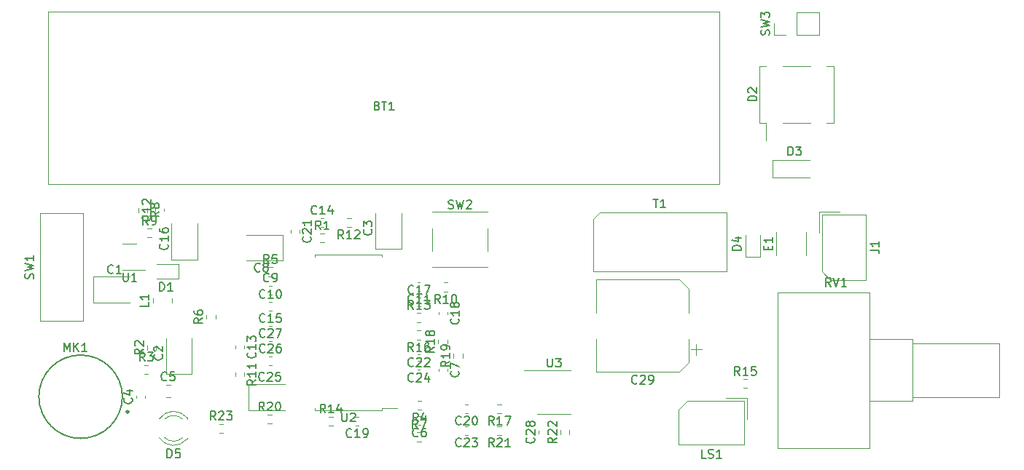
<source format=gbr>
%TF.GenerationSoftware,KiCad,Pcbnew,6.0.2+dfsg-1*%
%TF.CreationDate,2022-02-27T02:02:23+03:00*%
%TF.ProjectId,cave-phone-mc34118,63617665-2d70-4686-9f6e-652d6d633334,rev?*%
%TF.SameCoordinates,Original*%
%TF.FileFunction,Legend,Top*%
%TF.FilePolarity,Positive*%
%FSLAX46Y46*%
G04 Gerber Fmt 4.6, Leading zero omitted, Abs format (unit mm)*
G04 Created by KiCad (PCBNEW 6.0.2+dfsg-1) date 2022-02-27 02:02:23*
%MOMM*%
%LPD*%
G01*
G04 APERTURE LIST*
%ADD10C,0.150000*%
%ADD11C,0.120000*%
%ADD12C,0.300000*%
%ADD13C,0.127000*%
G04 APERTURE END LIST*
D10*
%TO.C,U2*%
X86986845Y-117970630D02*
X86986845Y-118780154D01*
X87034464Y-118875392D01*
X87082083Y-118923011D01*
X87177321Y-118970630D01*
X87367797Y-118970630D01*
X87463035Y-118923011D01*
X87510654Y-118875392D01*
X87558273Y-118780154D01*
X87558273Y-117970630D01*
X87986845Y-118065869D02*
X88034464Y-118018250D01*
X88129702Y-117970630D01*
X88367797Y-117970630D01*
X88463035Y-118018250D01*
X88510654Y-118065869D01*
X88558273Y-118161107D01*
X88558273Y-118256345D01*
X88510654Y-118399202D01*
X87939226Y-118970630D01*
X88558273Y-118970630D01*
%TO.C,U3*%
X110871095Y-111622380D02*
X110871095Y-112431904D01*
X110918714Y-112527142D01*
X110966333Y-112574761D01*
X111061571Y-112622380D01*
X111252047Y-112622380D01*
X111347285Y-112574761D01*
X111394904Y-112527142D01*
X111442523Y-112431904D01*
X111442523Y-111622380D01*
X111823476Y-111622380D02*
X112442523Y-111622380D01*
X112109190Y-112003333D01*
X112252047Y-112003333D01*
X112347285Y-112050952D01*
X112394904Y-112098571D01*
X112442523Y-112193809D01*
X112442523Y-112431904D01*
X112394904Y-112527142D01*
X112347285Y-112574761D01*
X112252047Y-112622380D01*
X111966333Y-112622380D01*
X111871095Y-112574761D01*
X111823476Y-112527142D01*
%TO.C,C6*%
X95844833Y-120646642D02*
X95797214Y-120694261D01*
X95654357Y-120741880D01*
X95559119Y-120741880D01*
X95416261Y-120694261D01*
X95321023Y-120599023D01*
X95273404Y-120503785D01*
X95225785Y-120313309D01*
X95225785Y-120170452D01*
X95273404Y-119979976D01*
X95321023Y-119884738D01*
X95416261Y-119789500D01*
X95559119Y-119741880D01*
X95654357Y-119741880D01*
X95797214Y-119789500D01*
X95844833Y-119837119D01*
X96701976Y-119741880D02*
X96511500Y-119741880D01*
X96416261Y-119789500D01*
X96368642Y-119837119D01*
X96273404Y-119979976D01*
X96225785Y-120170452D01*
X96225785Y-120551404D01*
X96273404Y-120646642D01*
X96321023Y-120694261D01*
X96416261Y-120741880D01*
X96606738Y-120741880D01*
X96701976Y-120694261D01*
X96749595Y-120646642D01*
X96797214Y-120551404D01*
X96797214Y-120313309D01*
X96749595Y-120218071D01*
X96701976Y-120170452D01*
X96606738Y-120122833D01*
X96416261Y-120122833D01*
X96321023Y-120170452D01*
X96273404Y-120218071D01*
X96225785Y-120313309D01*
%TO.C,R17*%
X104640142Y-119357380D02*
X104306809Y-118881190D01*
X104068714Y-119357380D02*
X104068714Y-118357380D01*
X104449666Y-118357380D01*
X104544904Y-118405000D01*
X104592523Y-118452619D01*
X104640142Y-118547857D01*
X104640142Y-118690714D01*
X104592523Y-118785952D01*
X104544904Y-118833571D01*
X104449666Y-118881190D01*
X104068714Y-118881190D01*
X105592523Y-119357380D02*
X105021095Y-119357380D01*
X105306809Y-119357380D02*
X105306809Y-118357380D01*
X105211571Y-118500238D01*
X105116333Y-118595476D01*
X105021095Y-118643095D01*
X105925857Y-118357380D02*
X106592523Y-118357380D01*
X106163952Y-119357380D01*
%TO.C,SW2*%
X99377666Y-94144761D02*
X99520523Y-94192380D01*
X99758619Y-94192380D01*
X99853857Y-94144761D01*
X99901476Y-94097142D01*
X99949095Y-94001904D01*
X99949095Y-93906666D01*
X99901476Y-93811428D01*
X99853857Y-93763809D01*
X99758619Y-93716190D01*
X99568142Y-93668571D01*
X99472904Y-93620952D01*
X99425285Y-93573333D01*
X99377666Y-93478095D01*
X99377666Y-93382857D01*
X99425285Y-93287619D01*
X99472904Y-93240000D01*
X99568142Y-93192380D01*
X99806238Y-93192380D01*
X99949095Y-93240000D01*
X100282428Y-93192380D02*
X100520523Y-94192380D01*
X100711000Y-93478095D01*
X100901476Y-94192380D01*
X101139571Y-93192380D01*
X101472904Y-93287619D02*
X101520523Y-93240000D01*
X101615761Y-93192380D01*
X101853857Y-93192380D01*
X101949095Y-93240000D01*
X101996714Y-93287619D01*
X102044333Y-93382857D01*
X102044333Y-93478095D01*
X101996714Y-93620952D01*
X101425285Y-94192380D01*
X102044333Y-94192380D01*
%TO.C,R21*%
X104640142Y-121897380D02*
X104306809Y-121421190D01*
X104068714Y-121897380D02*
X104068714Y-120897380D01*
X104449666Y-120897380D01*
X104544904Y-120945000D01*
X104592523Y-120992619D01*
X104640142Y-121087857D01*
X104640142Y-121230714D01*
X104592523Y-121325952D01*
X104544904Y-121373571D01*
X104449666Y-121421190D01*
X104068714Y-121421190D01*
X105021095Y-120992619D02*
X105068714Y-120945000D01*
X105163952Y-120897380D01*
X105402047Y-120897380D01*
X105497285Y-120945000D01*
X105544904Y-120992619D01*
X105592523Y-121087857D01*
X105592523Y-121183095D01*
X105544904Y-121325952D01*
X104973476Y-121897380D01*
X105592523Y-121897380D01*
X106544904Y-121897380D02*
X105973476Y-121897380D01*
X106259190Y-121897380D02*
X106259190Y-120897380D01*
X106163952Y-121040238D01*
X106068714Y-121135476D01*
X105973476Y-121183095D01*
%TO.C,C7*%
X100509392Y-113126416D02*
X100557011Y-113174035D01*
X100604630Y-113316892D01*
X100604630Y-113412130D01*
X100557011Y-113554988D01*
X100461773Y-113650226D01*
X100366535Y-113697845D01*
X100176059Y-113745464D01*
X100033202Y-113745464D01*
X99842726Y-113697845D01*
X99747488Y-113650226D01*
X99652250Y-113554988D01*
X99604630Y-113412130D01*
X99604630Y-113316892D01*
X99652250Y-113174035D01*
X99699869Y-113126416D01*
X99604630Y-112793083D02*
X99604630Y-112126416D01*
X100604630Y-112554988D01*
%TO.C,R14*%
X85075892Y-117951130D02*
X84742559Y-117474940D01*
X84504464Y-117951130D02*
X84504464Y-116951130D01*
X84885416Y-116951130D01*
X84980654Y-116998750D01*
X85028273Y-117046369D01*
X85075892Y-117141607D01*
X85075892Y-117284464D01*
X85028273Y-117379702D01*
X84980654Y-117427321D01*
X84885416Y-117474940D01*
X84504464Y-117474940D01*
X86028273Y-117951130D02*
X85456845Y-117951130D01*
X85742559Y-117951130D02*
X85742559Y-116951130D01*
X85647321Y-117093988D01*
X85552083Y-117189226D01*
X85456845Y-117236845D01*
X86885416Y-117284464D02*
X86885416Y-117951130D01*
X86647321Y-116903511D02*
X86409226Y-117617797D01*
X87028273Y-117617797D01*
%TO.C,C15*%
X78039892Y-107314892D02*
X77992273Y-107362511D01*
X77849416Y-107410130D01*
X77754178Y-107410130D01*
X77611321Y-107362511D01*
X77516083Y-107267273D01*
X77468464Y-107172035D01*
X77420845Y-106981559D01*
X77420845Y-106838702D01*
X77468464Y-106648226D01*
X77516083Y-106552988D01*
X77611321Y-106457750D01*
X77754178Y-106410130D01*
X77849416Y-106410130D01*
X77992273Y-106457750D01*
X78039892Y-106505369D01*
X78992273Y-107410130D02*
X78420845Y-107410130D01*
X78706559Y-107410130D02*
X78706559Y-106410130D01*
X78611321Y-106552988D01*
X78516083Y-106648226D01*
X78420845Y-106695845D01*
X79897035Y-106410130D02*
X79420845Y-106410130D01*
X79373226Y-106886321D01*
X79420845Y-106838702D01*
X79516083Y-106791083D01*
X79754178Y-106791083D01*
X79849416Y-106838702D01*
X79897035Y-106886321D01*
X79944654Y-106981559D01*
X79944654Y-107219654D01*
X79897035Y-107314892D01*
X79849416Y-107362511D01*
X79754178Y-107410130D01*
X79516083Y-107410130D01*
X79420845Y-107362511D01*
X79373226Y-107314892D01*
%TO.C,C3*%
X90392392Y-96616416D02*
X90440011Y-96664035D01*
X90487630Y-96806892D01*
X90487630Y-96902130D01*
X90440011Y-97044988D01*
X90344773Y-97140226D01*
X90249535Y-97187845D01*
X90059059Y-97235464D01*
X89916202Y-97235464D01*
X89725726Y-97187845D01*
X89630488Y-97140226D01*
X89535250Y-97044988D01*
X89487630Y-96902130D01*
X89487630Y-96806892D01*
X89535250Y-96664035D01*
X89582869Y-96616416D01*
X89487630Y-96283083D02*
X89487630Y-95664035D01*
X89868583Y-95997369D01*
X89868583Y-95854511D01*
X89916202Y-95759273D01*
X89963821Y-95711654D01*
X90059059Y-95664035D01*
X90297154Y-95664035D01*
X90392392Y-95711654D01*
X90440011Y-95759273D01*
X90487630Y-95854511D01*
X90487630Y-96140226D01*
X90440011Y-96235464D01*
X90392392Y-96283083D01*
%TO.C,R12*%
X87170392Y-97697130D02*
X86837059Y-97220940D01*
X86598964Y-97697130D02*
X86598964Y-96697130D01*
X86979916Y-96697130D01*
X87075154Y-96744750D01*
X87122773Y-96792369D01*
X87170392Y-96887607D01*
X87170392Y-97030464D01*
X87122773Y-97125702D01*
X87075154Y-97173321D01*
X86979916Y-97220940D01*
X86598964Y-97220940D01*
X88122773Y-97697130D02*
X87551345Y-97697130D01*
X87837059Y-97697130D02*
X87837059Y-96697130D01*
X87741821Y-96839988D01*
X87646583Y-96935226D01*
X87551345Y-96982845D01*
X88503726Y-96792369D02*
X88551345Y-96744750D01*
X88646583Y-96697130D01*
X88884678Y-96697130D01*
X88979916Y-96744750D01*
X89027535Y-96792369D01*
X89075154Y-96887607D01*
X89075154Y-96982845D01*
X89027535Y-97125702D01*
X88456107Y-97697130D01*
X89075154Y-97697130D01*
%TO.C,C24*%
X95285392Y-114238892D02*
X95237773Y-114286511D01*
X95094916Y-114334130D01*
X94999678Y-114334130D01*
X94856821Y-114286511D01*
X94761583Y-114191273D01*
X94713964Y-114096035D01*
X94666345Y-113905559D01*
X94666345Y-113762702D01*
X94713964Y-113572226D01*
X94761583Y-113476988D01*
X94856821Y-113381750D01*
X94999678Y-113334130D01*
X95094916Y-113334130D01*
X95237773Y-113381750D01*
X95285392Y-113429369D01*
X95666345Y-113429369D02*
X95713964Y-113381750D01*
X95809202Y-113334130D01*
X96047297Y-113334130D01*
X96142535Y-113381750D01*
X96190154Y-113429369D01*
X96237773Y-113524607D01*
X96237773Y-113619845D01*
X96190154Y-113762702D01*
X95618726Y-114334130D01*
X96237773Y-114334130D01*
X97094916Y-113667464D02*
X97094916Y-114334130D01*
X96856821Y-113286511D02*
X96618726Y-114000797D01*
X97237773Y-114000797D01*
%TO.C,C20*%
X100830142Y-119262142D02*
X100782523Y-119309761D01*
X100639666Y-119357380D01*
X100544428Y-119357380D01*
X100401571Y-119309761D01*
X100306333Y-119214523D01*
X100258714Y-119119285D01*
X100211095Y-118928809D01*
X100211095Y-118785952D01*
X100258714Y-118595476D01*
X100306333Y-118500238D01*
X100401571Y-118405000D01*
X100544428Y-118357380D01*
X100639666Y-118357380D01*
X100782523Y-118405000D01*
X100830142Y-118452619D01*
X101211095Y-118452619D02*
X101258714Y-118405000D01*
X101353952Y-118357380D01*
X101592047Y-118357380D01*
X101687285Y-118405000D01*
X101734904Y-118452619D01*
X101782523Y-118547857D01*
X101782523Y-118643095D01*
X101734904Y-118785952D01*
X101163476Y-119357380D01*
X101782523Y-119357380D01*
X102401571Y-118357380D02*
X102496809Y-118357380D01*
X102592047Y-118405000D01*
X102639666Y-118452619D01*
X102687285Y-118547857D01*
X102734904Y-118738333D01*
X102734904Y-118976428D01*
X102687285Y-119166904D01*
X102639666Y-119262142D01*
X102592047Y-119309761D01*
X102496809Y-119357380D01*
X102401571Y-119357380D01*
X102306333Y-119309761D01*
X102258714Y-119262142D01*
X102211095Y-119166904D01*
X102163476Y-118976428D01*
X102163476Y-118738333D01*
X102211095Y-118547857D01*
X102258714Y-118452619D01*
X102306333Y-118405000D01*
X102401571Y-118357380D01*
%TO.C,C10*%
X78039892Y-104520892D02*
X77992273Y-104568511D01*
X77849416Y-104616130D01*
X77754178Y-104616130D01*
X77611321Y-104568511D01*
X77516083Y-104473273D01*
X77468464Y-104378035D01*
X77420845Y-104187559D01*
X77420845Y-104044702D01*
X77468464Y-103854226D01*
X77516083Y-103758988D01*
X77611321Y-103663750D01*
X77754178Y-103616130D01*
X77849416Y-103616130D01*
X77992273Y-103663750D01*
X78039892Y-103711369D01*
X78992273Y-104616130D02*
X78420845Y-104616130D01*
X78706559Y-104616130D02*
X78706559Y-103616130D01*
X78611321Y-103758988D01*
X78516083Y-103854226D01*
X78420845Y-103901845D01*
X79611321Y-103616130D02*
X79706559Y-103616130D01*
X79801797Y-103663750D01*
X79849416Y-103711369D01*
X79897035Y-103806607D01*
X79944654Y-103997083D01*
X79944654Y-104235178D01*
X79897035Y-104425654D01*
X79849416Y-104520892D01*
X79801797Y-104568511D01*
X79706559Y-104616130D01*
X79611321Y-104616130D01*
X79516083Y-104568511D01*
X79468464Y-104520892D01*
X79420845Y-104425654D01*
X79373226Y-104235178D01*
X79373226Y-103997083D01*
X79420845Y-103806607D01*
X79468464Y-103711369D01*
X79516083Y-103663750D01*
X79611321Y-103616130D01*
%TO.C,D3*%
X138834904Y-87987380D02*
X138834904Y-86987380D01*
X139073000Y-86987380D01*
X139215857Y-87035000D01*
X139311095Y-87130238D01*
X139358714Y-87225476D01*
X139406333Y-87415952D01*
X139406333Y-87558809D01*
X139358714Y-87749285D01*
X139311095Y-87844523D01*
X139215857Y-87939761D01*
X139073000Y-87987380D01*
X138834904Y-87987380D01*
X139739666Y-86987380D02*
X140358714Y-86987380D01*
X140025380Y-87368333D01*
X140168238Y-87368333D01*
X140263476Y-87415952D01*
X140311095Y-87463571D01*
X140358714Y-87558809D01*
X140358714Y-87796904D01*
X140311095Y-87892142D01*
X140263476Y-87939761D01*
X140168238Y-87987380D01*
X139882523Y-87987380D01*
X139787285Y-87939761D01*
X139739666Y-87892142D01*
%TO.C,C9*%
X78516083Y-102615892D02*
X78468464Y-102663511D01*
X78325607Y-102711130D01*
X78230369Y-102711130D01*
X78087511Y-102663511D01*
X77992273Y-102568273D01*
X77944654Y-102473035D01*
X77897035Y-102282559D01*
X77897035Y-102139702D01*
X77944654Y-101949226D01*
X77992273Y-101853988D01*
X78087511Y-101758750D01*
X78230369Y-101711130D01*
X78325607Y-101711130D01*
X78468464Y-101758750D01*
X78516083Y-101806369D01*
X78992273Y-102711130D02*
X79182750Y-102711130D01*
X79277988Y-102663511D01*
X79325607Y-102615892D01*
X79420845Y-102473035D01*
X79468464Y-102282559D01*
X79468464Y-101901607D01*
X79420845Y-101806369D01*
X79373226Y-101758750D01*
X79277988Y-101711130D01*
X79087511Y-101711130D01*
X78992273Y-101758750D01*
X78944654Y-101806369D01*
X78897035Y-101901607D01*
X78897035Y-102139702D01*
X78944654Y-102234940D01*
X78992273Y-102282559D01*
X79087511Y-102330178D01*
X79277988Y-102330178D01*
X79373226Y-102282559D01*
X79420845Y-102234940D01*
X79468464Y-102139702D01*
%TO.C,D2*%
X135179380Y-81637095D02*
X134179380Y-81637095D01*
X134179380Y-81399000D01*
X134227000Y-81256142D01*
X134322238Y-81160904D01*
X134417476Y-81113285D01*
X134607952Y-81065666D01*
X134750809Y-81065666D01*
X134941285Y-81113285D01*
X135036523Y-81160904D01*
X135131761Y-81256142D01*
X135179380Y-81399000D01*
X135179380Y-81637095D01*
X134274619Y-80684714D02*
X134227000Y-80637095D01*
X134179380Y-80541857D01*
X134179380Y-80303761D01*
X134227000Y-80208523D01*
X134274619Y-80160904D01*
X134369857Y-80113285D01*
X134465095Y-80113285D01*
X134607952Y-80160904D01*
X135179380Y-80732333D01*
X135179380Y-80113285D01*
%TO.C,R2*%
X63919380Y-110529666D02*
X63443190Y-110863000D01*
X63919380Y-111101095D02*
X62919380Y-111101095D01*
X62919380Y-110720142D01*
X62967000Y-110624904D01*
X63014619Y-110577285D01*
X63109857Y-110529666D01*
X63252714Y-110529666D01*
X63347952Y-110577285D01*
X63395571Y-110624904D01*
X63443190Y-110720142D01*
X63443190Y-111101095D01*
X63014619Y-110148714D02*
X62967000Y-110101095D01*
X62919380Y-110005857D01*
X62919380Y-109767761D01*
X62967000Y-109672523D01*
X63014619Y-109624904D01*
X63109857Y-109577285D01*
X63205095Y-109577285D01*
X63347952Y-109624904D01*
X63919380Y-110196333D01*
X63919380Y-109577285D01*
%TO.C,R10*%
X98409392Y-105190130D02*
X98076059Y-104713940D01*
X97837964Y-105190130D02*
X97837964Y-104190130D01*
X98218916Y-104190130D01*
X98314154Y-104237750D01*
X98361773Y-104285369D01*
X98409392Y-104380607D01*
X98409392Y-104523464D01*
X98361773Y-104618702D01*
X98314154Y-104666321D01*
X98218916Y-104713940D01*
X97837964Y-104713940D01*
X99361773Y-105190130D02*
X98790345Y-105190130D01*
X99076059Y-105190130D02*
X99076059Y-104190130D01*
X98980821Y-104332988D01*
X98885583Y-104428226D01*
X98790345Y-104475845D01*
X99980821Y-104190130D02*
X100076059Y-104190130D01*
X100171297Y-104237750D01*
X100218916Y-104285369D01*
X100266535Y-104380607D01*
X100314154Y-104571083D01*
X100314154Y-104809178D01*
X100266535Y-104999654D01*
X100218916Y-105094892D01*
X100171297Y-105142511D01*
X100076059Y-105190130D01*
X99980821Y-105190130D01*
X99885583Y-105142511D01*
X99837964Y-105094892D01*
X99790345Y-104999654D01*
X99742726Y-104809178D01*
X99742726Y-104571083D01*
X99790345Y-104380607D01*
X99837964Y-104285369D01*
X99885583Y-104237750D01*
X99980821Y-104190130D01*
%TO.C,R13*%
X95285392Y-105886130D02*
X94952059Y-105409940D01*
X94713964Y-105886130D02*
X94713964Y-104886130D01*
X95094916Y-104886130D01*
X95190154Y-104933750D01*
X95237773Y-104981369D01*
X95285392Y-105076607D01*
X95285392Y-105219464D01*
X95237773Y-105314702D01*
X95190154Y-105362321D01*
X95094916Y-105409940D01*
X94713964Y-105409940D01*
X96237773Y-105886130D02*
X95666345Y-105886130D01*
X95952059Y-105886130D02*
X95952059Y-104886130D01*
X95856821Y-105028988D01*
X95761583Y-105124226D01*
X95666345Y-105171845D01*
X96571107Y-104886130D02*
X97190154Y-104886130D01*
X96856821Y-105267083D01*
X96999678Y-105267083D01*
X97094916Y-105314702D01*
X97142535Y-105362321D01*
X97190154Y-105457559D01*
X97190154Y-105695654D01*
X97142535Y-105790892D01*
X97094916Y-105838511D01*
X96999678Y-105886130D01*
X96713964Y-105886130D01*
X96618726Y-105838511D01*
X96571107Y-105790892D01*
%TO.C,C27*%
X78039892Y-109061542D02*
X77992273Y-109109161D01*
X77849416Y-109156780D01*
X77754178Y-109156780D01*
X77611321Y-109109161D01*
X77516083Y-109013923D01*
X77468464Y-108918685D01*
X77420845Y-108728209D01*
X77420845Y-108585352D01*
X77468464Y-108394876D01*
X77516083Y-108299638D01*
X77611321Y-108204400D01*
X77754178Y-108156780D01*
X77849416Y-108156780D01*
X77992273Y-108204400D01*
X78039892Y-108252019D01*
X78420845Y-108252019D02*
X78468464Y-108204400D01*
X78563702Y-108156780D01*
X78801797Y-108156780D01*
X78897035Y-108204400D01*
X78944654Y-108252019D01*
X78992273Y-108347257D01*
X78992273Y-108442495D01*
X78944654Y-108585352D01*
X78373226Y-109156780D01*
X78992273Y-109156780D01*
X79325607Y-108156780D02*
X79992273Y-108156780D01*
X79563702Y-109156780D01*
%TO.C,C28*%
X109290142Y-120848857D02*
X109337761Y-120896476D01*
X109385380Y-121039333D01*
X109385380Y-121134571D01*
X109337761Y-121277428D01*
X109242523Y-121372666D01*
X109147285Y-121420285D01*
X108956809Y-121467904D01*
X108813952Y-121467904D01*
X108623476Y-121420285D01*
X108528238Y-121372666D01*
X108433000Y-121277428D01*
X108385380Y-121134571D01*
X108385380Y-121039333D01*
X108433000Y-120896476D01*
X108480619Y-120848857D01*
X108480619Y-120467904D02*
X108433000Y-120420285D01*
X108385380Y-120325047D01*
X108385380Y-120086952D01*
X108433000Y-119991714D01*
X108480619Y-119944095D01*
X108575857Y-119896476D01*
X108671095Y-119896476D01*
X108813952Y-119944095D01*
X109385380Y-120515523D01*
X109385380Y-119896476D01*
X108813952Y-119325047D02*
X108766333Y-119420285D01*
X108718714Y-119467904D01*
X108623476Y-119515523D01*
X108575857Y-119515523D01*
X108480619Y-119467904D01*
X108433000Y-119420285D01*
X108385380Y-119325047D01*
X108385380Y-119134571D01*
X108433000Y-119039333D01*
X108480619Y-118991714D01*
X108575857Y-118944095D01*
X108623476Y-118944095D01*
X108718714Y-118991714D01*
X108766333Y-119039333D01*
X108813952Y-119134571D01*
X108813952Y-119325047D01*
X108861571Y-119420285D01*
X108909190Y-119467904D01*
X109004428Y-119515523D01*
X109194904Y-119515523D01*
X109290142Y-119467904D01*
X109337761Y-119420285D01*
X109385380Y-119325047D01*
X109385380Y-119134571D01*
X109337761Y-119039333D01*
X109290142Y-118991714D01*
X109194904Y-118944095D01*
X109004428Y-118944095D01*
X108909190Y-118991714D01*
X108861571Y-119039333D01*
X108813952Y-119134571D01*
%TO.C,R4*%
X95844833Y-118963880D02*
X95511500Y-118487690D01*
X95273404Y-118963880D02*
X95273404Y-117963880D01*
X95654357Y-117963880D01*
X95749595Y-118011500D01*
X95797214Y-118059119D01*
X95844833Y-118154357D01*
X95844833Y-118297214D01*
X95797214Y-118392452D01*
X95749595Y-118440071D01*
X95654357Y-118487690D01*
X95273404Y-118487690D01*
X96701976Y-118297214D02*
X96701976Y-118963880D01*
X96463880Y-117916261D02*
X96225785Y-118630547D01*
X96844833Y-118630547D01*
%TO.C,C19*%
X88123892Y-120715892D02*
X88076273Y-120763511D01*
X87933416Y-120811130D01*
X87838178Y-120811130D01*
X87695321Y-120763511D01*
X87600083Y-120668273D01*
X87552464Y-120573035D01*
X87504845Y-120382559D01*
X87504845Y-120239702D01*
X87552464Y-120049226D01*
X87600083Y-119953988D01*
X87695321Y-119858750D01*
X87838178Y-119811130D01*
X87933416Y-119811130D01*
X88076273Y-119858750D01*
X88123892Y-119906369D01*
X89076273Y-120811130D02*
X88504845Y-120811130D01*
X88790559Y-120811130D02*
X88790559Y-119811130D01*
X88695321Y-119953988D01*
X88600083Y-120049226D01*
X88504845Y-120096845D01*
X89552464Y-120811130D02*
X89742940Y-120811130D01*
X89838178Y-120763511D01*
X89885797Y-120715892D01*
X89981035Y-120573035D01*
X90028654Y-120382559D01*
X90028654Y-120001607D01*
X89981035Y-119906369D01*
X89933416Y-119858750D01*
X89838178Y-119811130D01*
X89647702Y-119811130D01*
X89552464Y-119858750D01*
X89504845Y-119906369D01*
X89457226Y-120001607D01*
X89457226Y-120239702D01*
X89504845Y-120334940D01*
X89552464Y-120382559D01*
X89647702Y-120430178D01*
X89838178Y-120430178D01*
X89933416Y-120382559D01*
X89981035Y-120334940D01*
X90028654Y-120239702D01*
%TO.C,J1*%
X148405380Y-99012333D02*
X149119666Y-99012333D01*
X149262523Y-99059952D01*
X149357761Y-99155190D01*
X149405380Y-99298047D01*
X149405380Y-99393285D01*
X149405380Y-98012333D02*
X149405380Y-98583761D01*
X149405380Y-98298047D02*
X148405380Y-98298047D01*
X148548238Y-98393285D01*
X148643476Y-98488523D01*
X148691095Y-98583761D01*
%TO.C,R7*%
X95782333Y-119786880D02*
X95449000Y-119310690D01*
X95210904Y-119786880D02*
X95210904Y-118786880D01*
X95591857Y-118786880D01*
X95687095Y-118834500D01*
X95734714Y-118882119D01*
X95782333Y-118977357D01*
X95782333Y-119120214D01*
X95734714Y-119215452D01*
X95687095Y-119263071D01*
X95591857Y-119310690D01*
X95210904Y-119310690D01*
X96115666Y-118786880D02*
X96782333Y-118786880D01*
X96353761Y-119786880D01*
%TO.C,C23*%
X100830142Y-121802142D02*
X100782523Y-121849761D01*
X100639666Y-121897380D01*
X100544428Y-121897380D01*
X100401571Y-121849761D01*
X100306333Y-121754523D01*
X100258714Y-121659285D01*
X100211095Y-121468809D01*
X100211095Y-121325952D01*
X100258714Y-121135476D01*
X100306333Y-121040238D01*
X100401571Y-120945000D01*
X100544428Y-120897380D01*
X100639666Y-120897380D01*
X100782523Y-120945000D01*
X100830142Y-120992619D01*
X101211095Y-120992619D02*
X101258714Y-120945000D01*
X101353952Y-120897380D01*
X101592047Y-120897380D01*
X101687285Y-120945000D01*
X101734904Y-120992619D01*
X101782523Y-121087857D01*
X101782523Y-121183095D01*
X101734904Y-121325952D01*
X101163476Y-121897380D01*
X101782523Y-121897380D01*
X102115857Y-120897380D02*
X102734904Y-120897380D01*
X102401571Y-121278333D01*
X102544428Y-121278333D01*
X102639666Y-121325952D01*
X102687285Y-121373571D01*
X102734904Y-121468809D01*
X102734904Y-121706904D01*
X102687285Y-121802142D01*
X102639666Y-121849761D01*
X102544428Y-121897380D01*
X102258714Y-121897380D01*
X102163476Y-121849761D01*
X102115857Y-121802142D01*
%TO.C,C21*%
X83321142Y-97467657D02*
X83368761Y-97515276D01*
X83416380Y-97658133D01*
X83416380Y-97753371D01*
X83368761Y-97896228D01*
X83273523Y-97991466D01*
X83178285Y-98039085D01*
X82987809Y-98086704D01*
X82844952Y-98086704D01*
X82654476Y-98039085D01*
X82559238Y-97991466D01*
X82464000Y-97896228D01*
X82416380Y-97753371D01*
X82416380Y-97658133D01*
X82464000Y-97515276D01*
X82511619Y-97467657D01*
X82511619Y-97086704D02*
X82464000Y-97039085D01*
X82416380Y-96943847D01*
X82416380Y-96705752D01*
X82464000Y-96610514D01*
X82511619Y-96562895D01*
X82606857Y-96515276D01*
X82702095Y-96515276D01*
X82844952Y-96562895D01*
X83416380Y-97134323D01*
X83416380Y-96515276D01*
X83416380Y-95562895D02*
X83416380Y-96134323D01*
X83416380Y-95848609D02*
X82416380Y-95848609D01*
X82559238Y-95943847D01*
X82654476Y-96039085D01*
X82702095Y-96134323D01*
%TO.C,R20*%
X77963892Y-117697130D02*
X77630559Y-117220940D01*
X77392464Y-117697130D02*
X77392464Y-116697130D01*
X77773416Y-116697130D01*
X77868654Y-116744750D01*
X77916273Y-116792369D01*
X77963892Y-116887607D01*
X77963892Y-117030464D01*
X77916273Y-117125702D01*
X77868654Y-117173321D01*
X77773416Y-117220940D01*
X77392464Y-117220940D01*
X78344845Y-116792369D02*
X78392464Y-116744750D01*
X78487702Y-116697130D01*
X78725797Y-116697130D01*
X78821035Y-116744750D01*
X78868654Y-116792369D01*
X78916273Y-116887607D01*
X78916273Y-116982845D01*
X78868654Y-117125702D01*
X78297226Y-117697130D01*
X78916273Y-117697130D01*
X79535321Y-116697130D02*
X79630559Y-116697130D01*
X79725797Y-116744750D01*
X79773416Y-116792369D01*
X79821035Y-116887607D01*
X79868654Y-117078083D01*
X79868654Y-117316178D01*
X79821035Y-117506654D01*
X79773416Y-117601892D01*
X79725797Y-117649511D01*
X79630559Y-117697130D01*
X79535321Y-117697130D01*
X79440083Y-117649511D01*
X79392464Y-117601892D01*
X79344845Y-117506654D01*
X79297226Y-117316178D01*
X79297226Y-117078083D01*
X79344845Y-116887607D01*
X79392464Y-116792369D01*
X79440083Y-116744750D01*
X79535321Y-116697130D01*
%TO.C,SW3*%
X136631761Y-73977333D02*
X136679380Y-73834476D01*
X136679380Y-73596380D01*
X136631761Y-73501142D01*
X136584142Y-73453523D01*
X136488904Y-73405904D01*
X136393666Y-73405904D01*
X136298428Y-73453523D01*
X136250809Y-73501142D01*
X136203190Y-73596380D01*
X136155571Y-73786857D01*
X136107952Y-73882095D01*
X136060333Y-73929714D01*
X135965095Y-73977333D01*
X135869857Y-73977333D01*
X135774619Y-73929714D01*
X135727000Y-73882095D01*
X135679380Y-73786857D01*
X135679380Y-73548761D01*
X135727000Y-73405904D01*
X135679380Y-73072571D02*
X136679380Y-72834476D01*
X135965095Y-72644000D01*
X136679380Y-72453523D01*
X135679380Y-72215428D01*
X135679380Y-71929714D02*
X135679380Y-71310666D01*
X136060333Y-71644000D01*
X136060333Y-71501142D01*
X136107952Y-71405904D01*
X136155571Y-71358285D01*
X136250809Y-71310666D01*
X136488904Y-71310666D01*
X136584142Y-71358285D01*
X136631761Y-71405904D01*
X136679380Y-71501142D01*
X136679380Y-71786857D01*
X136631761Y-71882095D01*
X136584142Y-71929714D01*
%TO.C,C29*%
X121277142Y-114480142D02*
X121229523Y-114527761D01*
X121086666Y-114575380D01*
X120991428Y-114575380D01*
X120848571Y-114527761D01*
X120753333Y-114432523D01*
X120705714Y-114337285D01*
X120658095Y-114146809D01*
X120658095Y-114003952D01*
X120705714Y-113813476D01*
X120753333Y-113718238D01*
X120848571Y-113623000D01*
X120991428Y-113575380D01*
X121086666Y-113575380D01*
X121229523Y-113623000D01*
X121277142Y-113670619D01*
X121658095Y-113670619D02*
X121705714Y-113623000D01*
X121800952Y-113575380D01*
X122039047Y-113575380D01*
X122134285Y-113623000D01*
X122181904Y-113670619D01*
X122229523Y-113765857D01*
X122229523Y-113861095D01*
X122181904Y-114003952D01*
X121610476Y-114575380D01*
X122229523Y-114575380D01*
X122705714Y-114575380D02*
X122896190Y-114575380D01*
X122991428Y-114527761D01*
X123039047Y-114480142D01*
X123134285Y-114337285D01*
X123181904Y-114146809D01*
X123181904Y-113765857D01*
X123134285Y-113670619D01*
X123086666Y-113623000D01*
X122991428Y-113575380D01*
X122800952Y-113575380D01*
X122705714Y-113623000D01*
X122658095Y-113670619D01*
X122610476Y-113765857D01*
X122610476Y-114003952D01*
X122658095Y-114099190D01*
X122705714Y-114146809D01*
X122800952Y-114194428D01*
X122991428Y-114194428D01*
X123086666Y-114146809D01*
X123134285Y-114099190D01*
X123181904Y-114003952D01*
%TO.C,R18*%
X97744630Y-110300607D02*
X97268440Y-110633940D01*
X97744630Y-110872035D02*
X96744630Y-110872035D01*
X96744630Y-110491083D01*
X96792250Y-110395845D01*
X96839869Y-110348226D01*
X96935107Y-110300607D01*
X97077964Y-110300607D01*
X97173202Y-110348226D01*
X97220821Y-110395845D01*
X97268440Y-110491083D01*
X97268440Y-110872035D01*
X97744630Y-109348226D02*
X97744630Y-109919654D01*
X97744630Y-109633940D02*
X96744630Y-109633940D01*
X96887488Y-109729178D01*
X96982726Y-109824416D01*
X97030345Y-109919654D01*
X97173202Y-108776797D02*
X97125583Y-108872035D01*
X97077964Y-108919654D01*
X96982726Y-108967273D01*
X96935107Y-108967273D01*
X96839869Y-108919654D01*
X96792250Y-108872035D01*
X96744630Y-108776797D01*
X96744630Y-108586321D01*
X96792250Y-108491083D01*
X96839869Y-108443464D01*
X96935107Y-108395845D01*
X96982726Y-108395845D01*
X97077964Y-108443464D01*
X97125583Y-108491083D01*
X97173202Y-108586321D01*
X97173202Y-108776797D01*
X97220821Y-108872035D01*
X97268440Y-108919654D01*
X97363678Y-108967273D01*
X97554154Y-108967273D01*
X97649392Y-108919654D01*
X97697011Y-108872035D01*
X97744630Y-108776797D01*
X97744630Y-108586321D01*
X97697011Y-108491083D01*
X97649392Y-108443464D01*
X97554154Y-108395845D01*
X97363678Y-108395845D01*
X97268440Y-108443464D01*
X97220821Y-108491083D01*
X97173202Y-108586321D01*
%TO.C,C17*%
X95311392Y-104012892D02*
X95263773Y-104060511D01*
X95120916Y-104108130D01*
X95025678Y-104108130D01*
X94882821Y-104060511D01*
X94787583Y-103965273D01*
X94739964Y-103870035D01*
X94692345Y-103679559D01*
X94692345Y-103536702D01*
X94739964Y-103346226D01*
X94787583Y-103250988D01*
X94882821Y-103155750D01*
X95025678Y-103108130D01*
X95120916Y-103108130D01*
X95263773Y-103155750D01*
X95311392Y-103203369D01*
X96263773Y-104108130D02*
X95692345Y-104108130D01*
X95978059Y-104108130D02*
X95978059Y-103108130D01*
X95882821Y-103250988D01*
X95787583Y-103346226D01*
X95692345Y-103393845D01*
X96597107Y-103108130D02*
X97263773Y-103108130D01*
X96835202Y-104108130D01*
%TO.C,C26*%
X78039892Y-110839542D02*
X77992273Y-110887161D01*
X77849416Y-110934780D01*
X77754178Y-110934780D01*
X77611321Y-110887161D01*
X77516083Y-110791923D01*
X77468464Y-110696685D01*
X77420845Y-110506209D01*
X77420845Y-110363352D01*
X77468464Y-110172876D01*
X77516083Y-110077638D01*
X77611321Y-109982400D01*
X77754178Y-109934780D01*
X77849416Y-109934780D01*
X77992273Y-109982400D01*
X78039892Y-110030019D01*
X78420845Y-110030019D02*
X78468464Y-109982400D01*
X78563702Y-109934780D01*
X78801797Y-109934780D01*
X78897035Y-109982400D01*
X78944654Y-110030019D01*
X78992273Y-110125257D01*
X78992273Y-110220495D01*
X78944654Y-110363352D01*
X78373226Y-110934780D01*
X78992273Y-110934780D01*
X79849416Y-109934780D02*
X79658940Y-109934780D01*
X79563702Y-109982400D01*
X79516083Y-110030019D01*
X79420845Y-110172876D01*
X79373226Y-110363352D01*
X79373226Y-110744304D01*
X79420845Y-110839542D01*
X79468464Y-110887161D01*
X79563702Y-110934780D01*
X79754178Y-110934780D01*
X79849416Y-110887161D01*
X79897035Y-110839542D01*
X79944654Y-110744304D01*
X79944654Y-110506209D01*
X79897035Y-110410971D01*
X79849416Y-110363352D01*
X79754178Y-110315733D01*
X79563702Y-110315733D01*
X79468464Y-110363352D01*
X79420845Y-110410971D01*
X79373226Y-110506209D01*
%TO.C,C12*%
X64713142Y-95003857D02*
X64760761Y-95051476D01*
X64808380Y-95194333D01*
X64808380Y-95289571D01*
X64760761Y-95432428D01*
X64665523Y-95527666D01*
X64570285Y-95575285D01*
X64379809Y-95622904D01*
X64236952Y-95622904D01*
X64046476Y-95575285D01*
X63951238Y-95527666D01*
X63856000Y-95432428D01*
X63808380Y-95289571D01*
X63808380Y-95194333D01*
X63856000Y-95051476D01*
X63903619Y-95003857D01*
X64808380Y-94051476D02*
X64808380Y-94622904D01*
X64808380Y-94337190D02*
X63808380Y-94337190D01*
X63951238Y-94432428D01*
X64046476Y-94527666D01*
X64094095Y-94622904D01*
X63903619Y-93670523D02*
X63856000Y-93622904D01*
X63808380Y-93527666D01*
X63808380Y-93289571D01*
X63856000Y-93194333D01*
X63903619Y-93146714D01*
X63998857Y-93099095D01*
X64094095Y-93099095D01*
X64236952Y-93146714D01*
X64808380Y-93718142D01*
X64808380Y-93099095D01*
%TO.C,D4*%
X133355380Y-99014595D02*
X132355380Y-99014595D01*
X132355380Y-98776500D01*
X132403000Y-98633642D01*
X132498238Y-98538404D01*
X132593476Y-98490785D01*
X132783952Y-98443166D01*
X132926809Y-98443166D01*
X133117285Y-98490785D01*
X133212523Y-98538404D01*
X133307761Y-98633642D01*
X133355380Y-98776500D01*
X133355380Y-99014595D01*
X132688714Y-97586023D02*
X133355380Y-97586023D01*
X132307761Y-97824119D02*
X133022047Y-98062214D01*
X133022047Y-97443166D01*
%TO.C,R1*%
X84536083Y-96615130D02*
X84202750Y-96138940D01*
X83964654Y-96615130D02*
X83964654Y-95615130D01*
X84345607Y-95615130D01*
X84440845Y-95662750D01*
X84488464Y-95710369D01*
X84536083Y-95805607D01*
X84536083Y-95948464D01*
X84488464Y-96043702D01*
X84440845Y-96091321D01*
X84345607Y-96138940D01*
X83964654Y-96138940D01*
X85488464Y-96615130D02*
X84917035Y-96615130D01*
X85202750Y-96615130D02*
X85202750Y-95615130D01*
X85107511Y-95757988D01*
X85012273Y-95853226D01*
X84917035Y-95900845D01*
%TO.C,R11*%
X77009130Y-114110607D02*
X76532940Y-114443940D01*
X77009130Y-114682035D02*
X76009130Y-114682035D01*
X76009130Y-114301083D01*
X76056750Y-114205845D01*
X76104369Y-114158226D01*
X76199607Y-114110607D01*
X76342464Y-114110607D01*
X76437702Y-114158226D01*
X76485321Y-114205845D01*
X76532940Y-114301083D01*
X76532940Y-114682035D01*
X77009130Y-113158226D02*
X77009130Y-113729654D01*
X77009130Y-113443940D02*
X76009130Y-113443940D01*
X76151988Y-113539178D01*
X76247226Y-113634416D01*
X76294845Y-113729654D01*
X77009130Y-112205845D02*
X77009130Y-112777273D01*
X77009130Y-112491559D02*
X76009130Y-112491559D01*
X76151988Y-112586797D01*
X76247226Y-112682035D01*
X76294845Y-112777273D01*
%TO.C,C13*%
X76913892Y-110935607D02*
X76961511Y-110983226D01*
X77009130Y-111126083D01*
X77009130Y-111221321D01*
X76961511Y-111364178D01*
X76866273Y-111459416D01*
X76771035Y-111507035D01*
X76580559Y-111554654D01*
X76437702Y-111554654D01*
X76247226Y-111507035D01*
X76151988Y-111459416D01*
X76056750Y-111364178D01*
X76009130Y-111221321D01*
X76009130Y-111126083D01*
X76056750Y-110983226D01*
X76104369Y-110935607D01*
X77009130Y-109983226D02*
X77009130Y-110554654D01*
X77009130Y-110268940D02*
X76009130Y-110268940D01*
X76151988Y-110364178D01*
X76247226Y-110459416D01*
X76294845Y-110554654D01*
X76009130Y-109649892D02*
X76009130Y-109030845D01*
X76390083Y-109364178D01*
X76390083Y-109221321D01*
X76437702Y-109126083D01*
X76485321Y-109078464D01*
X76580559Y-109030845D01*
X76818654Y-109030845D01*
X76913892Y-109078464D01*
X76961511Y-109126083D01*
X77009130Y-109221321D01*
X77009130Y-109507035D01*
X76961511Y-109602273D01*
X76913892Y-109649892D01*
%TO.C,R16*%
X95285392Y-110778130D02*
X94952059Y-110301940D01*
X94713964Y-110778130D02*
X94713964Y-109778130D01*
X95094916Y-109778130D01*
X95190154Y-109825750D01*
X95237773Y-109873369D01*
X95285392Y-109968607D01*
X95285392Y-110111464D01*
X95237773Y-110206702D01*
X95190154Y-110254321D01*
X95094916Y-110301940D01*
X94713964Y-110301940D01*
X96237773Y-110778130D02*
X95666345Y-110778130D01*
X95952059Y-110778130D02*
X95952059Y-109778130D01*
X95856821Y-109920988D01*
X95761583Y-110016226D01*
X95666345Y-110063845D01*
X97094916Y-109778130D02*
X96904440Y-109778130D01*
X96809202Y-109825750D01*
X96761583Y-109873369D01*
X96666345Y-110016226D01*
X96618726Y-110206702D01*
X96618726Y-110587654D01*
X96666345Y-110682892D01*
X96713964Y-110730511D01*
X96809202Y-110778130D01*
X96999678Y-110778130D01*
X97094916Y-110730511D01*
X97142535Y-110682892D01*
X97190154Y-110587654D01*
X97190154Y-110349559D01*
X97142535Y-110254321D01*
X97094916Y-110206702D01*
X96999678Y-110159083D01*
X96809202Y-110159083D01*
X96713964Y-110206702D01*
X96666345Y-110254321D01*
X96618726Y-110349559D01*
%TO.C,U1*%
X61580595Y-101649380D02*
X61580595Y-102458904D01*
X61628214Y-102554142D01*
X61675833Y-102601761D01*
X61771071Y-102649380D01*
X61961547Y-102649380D01*
X62056785Y-102601761D01*
X62104404Y-102554142D01*
X62152023Y-102458904D01*
X62152023Y-101649380D01*
X63152023Y-102649380D02*
X62580595Y-102649380D01*
X62866309Y-102649380D02*
X62866309Y-101649380D01*
X62771071Y-101792238D01*
X62675833Y-101887476D01*
X62580595Y-101935095D01*
%TO.C,RV1*%
X143803761Y-103235380D02*
X143470428Y-102759190D01*
X143232333Y-103235380D02*
X143232333Y-102235380D01*
X143613285Y-102235380D01*
X143708523Y-102283000D01*
X143756142Y-102330619D01*
X143803761Y-102425857D01*
X143803761Y-102568714D01*
X143756142Y-102663952D01*
X143708523Y-102711571D01*
X143613285Y-102759190D01*
X143232333Y-102759190D01*
X144089476Y-102235380D02*
X144422809Y-103235380D01*
X144756142Y-102235380D01*
X145613285Y-103235380D02*
X145041857Y-103235380D01*
X145327571Y-103235380D02*
X145327571Y-102235380D01*
X145232333Y-102378238D01*
X145137095Y-102473476D01*
X145041857Y-102521095D01*
%TO.C,C8*%
X77486583Y-101442892D02*
X77438964Y-101490511D01*
X77296107Y-101538130D01*
X77200869Y-101538130D01*
X77058011Y-101490511D01*
X76962773Y-101395273D01*
X76915154Y-101300035D01*
X76867535Y-101109559D01*
X76867535Y-100966702D01*
X76915154Y-100776226D01*
X76962773Y-100680988D01*
X77058011Y-100585750D01*
X77200869Y-100538130D01*
X77296107Y-100538130D01*
X77438964Y-100585750D01*
X77486583Y-100633369D01*
X78058011Y-100966702D02*
X77962773Y-100919083D01*
X77915154Y-100871464D01*
X77867535Y-100776226D01*
X77867535Y-100728607D01*
X77915154Y-100633369D01*
X77962773Y-100585750D01*
X78058011Y-100538130D01*
X78248488Y-100538130D01*
X78343726Y-100585750D01*
X78391345Y-100633369D01*
X78438964Y-100728607D01*
X78438964Y-100776226D01*
X78391345Y-100871464D01*
X78343726Y-100919083D01*
X78248488Y-100966702D01*
X78058011Y-100966702D01*
X77962773Y-101014321D01*
X77915154Y-101061940D01*
X77867535Y-101157178D01*
X77867535Y-101347654D01*
X77915154Y-101442892D01*
X77962773Y-101490511D01*
X78058011Y-101538130D01*
X78248488Y-101538130D01*
X78343726Y-101490511D01*
X78391345Y-101442892D01*
X78438964Y-101347654D01*
X78438964Y-101157178D01*
X78391345Y-101061940D01*
X78343726Y-101014321D01*
X78248488Y-100966702D01*
%TO.C,R5*%
X78516083Y-100552130D02*
X78182750Y-100075940D01*
X77944654Y-100552130D02*
X77944654Y-99552130D01*
X78325607Y-99552130D01*
X78420845Y-99599750D01*
X78468464Y-99647369D01*
X78516083Y-99742607D01*
X78516083Y-99885464D01*
X78468464Y-99980702D01*
X78420845Y-100028321D01*
X78325607Y-100075940D01*
X77944654Y-100075940D01*
X79420845Y-99552130D02*
X78944654Y-99552130D01*
X78897035Y-100028321D01*
X78944654Y-99980702D01*
X79039892Y-99933083D01*
X79277988Y-99933083D01*
X79373226Y-99980702D01*
X79420845Y-100028321D01*
X79468464Y-100123559D01*
X79468464Y-100361654D01*
X79420845Y-100456892D01*
X79373226Y-100504511D01*
X79277988Y-100552130D01*
X79039892Y-100552130D01*
X78944654Y-100504511D01*
X78897035Y-100456892D01*
%TO.C,LS1*%
X129278142Y-123228380D02*
X128801952Y-123228380D01*
X128801952Y-122228380D01*
X129563857Y-123180761D02*
X129706714Y-123228380D01*
X129944809Y-123228380D01*
X130040047Y-123180761D01*
X130087666Y-123133142D01*
X130135285Y-123037904D01*
X130135285Y-122942666D01*
X130087666Y-122847428D01*
X130040047Y-122799809D01*
X129944809Y-122752190D01*
X129754333Y-122704571D01*
X129659095Y-122656952D01*
X129611476Y-122609333D01*
X129563857Y-122514095D01*
X129563857Y-122418857D01*
X129611476Y-122323619D01*
X129659095Y-122276000D01*
X129754333Y-122228380D01*
X129992428Y-122228380D01*
X130135285Y-122276000D01*
X131087666Y-123228380D02*
X130516238Y-123228380D01*
X130801952Y-123228380D02*
X130801952Y-122228380D01*
X130706714Y-122371238D01*
X130611476Y-122466476D01*
X130516238Y-122514095D01*
%TO.C,C5*%
X66635333Y-114120142D02*
X66587714Y-114167761D01*
X66444857Y-114215380D01*
X66349619Y-114215380D01*
X66206761Y-114167761D01*
X66111523Y-114072523D01*
X66063904Y-113977285D01*
X66016285Y-113786809D01*
X66016285Y-113643952D01*
X66063904Y-113453476D01*
X66111523Y-113358238D01*
X66206761Y-113263000D01*
X66349619Y-113215380D01*
X66444857Y-113215380D01*
X66587714Y-113263000D01*
X66635333Y-113310619D01*
X67540095Y-113215380D02*
X67063904Y-113215380D01*
X67016285Y-113691571D01*
X67063904Y-113643952D01*
X67159142Y-113596333D01*
X67397238Y-113596333D01*
X67492476Y-113643952D01*
X67540095Y-113691571D01*
X67587714Y-113786809D01*
X67587714Y-114024904D01*
X67540095Y-114120142D01*
X67492476Y-114167761D01*
X67397238Y-114215380D01*
X67159142Y-114215380D01*
X67063904Y-114167761D01*
X67016285Y-114120142D01*
%TO.C,R9*%
X64476333Y-96050380D02*
X64143000Y-95574190D01*
X63904904Y-96050380D02*
X63904904Y-95050380D01*
X64285857Y-95050380D01*
X64381095Y-95098000D01*
X64428714Y-95145619D01*
X64476333Y-95240857D01*
X64476333Y-95383714D01*
X64428714Y-95478952D01*
X64381095Y-95526571D01*
X64285857Y-95574190D01*
X63904904Y-95574190D01*
X64952523Y-96050380D02*
X65143000Y-96050380D01*
X65238238Y-96002761D01*
X65285857Y-95955142D01*
X65381095Y-95812285D01*
X65428714Y-95621809D01*
X65428714Y-95240857D01*
X65381095Y-95145619D01*
X65333476Y-95098000D01*
X65238238Y-95050380D01*
X65047761Y-95050380D01*
X64952523Y-95098000D01*
X64904904Y-95145619D01*
X64857285Y-95240857D01*
X64857285Y-95478952D01*
X64904904Y-95574190D01*
X64952523Y-95621809D01*
X65047761Y-95669428D01*
X65238238Y-95669428D01*
X65333476Y-95621809D01*
X65381095Y-95574190D01*
X65428714Y-95478952D01*
%TO.C,SW1*%
X51136961Y-102323733D02*
X51184580Y-102180876D01*
X51184580Y-101942780D01*
X51136961Y-101847542D01*
X51089342Y-101799923D01*
X50994104Y-101752304D01*
X50898866Y-101752304D01*
X50803628Y-101799923D01*
X50756009Y-101847542D01*
X50708390Y-101942780D01*
X50660771Y-102133257D01*
X50613152Y-102228495D01*
X50565533Y-102276114D01*
X50470295Y-102323733D01*
X50375057Y-102323733D01*
X50279819Y-102276114D01*
X50232200Y-102228495D01*
X50184580Y-102133257D01*
X50184580Y-101895161D01*
X50232200Y-101752304D01*
X50184580Y-101418971D02*
X51184580Y-101180876D01*
X50470295Y-100990400D01*
X51184580Y-100799923D01*
X50184580Y-100561828D01*
X51184580Y-99657066D02*
X51184580Y-100228495D01*
X51184580Y-99942780D02*
X50184580Y-99942780D01*
X50327438Y-100038019D01*
X50422676Y-100133257D01*
X50470295Y-100228495D01*
%TO.C,C22*%
X95285392Y-112460892D02*
X95237773Y-112508511D01*
X95094916Y-112556130D01*
X94999678Y-112556130D01*
X94856821Y-112508511D01*
X94761583Y-112413273D01*
X94713964Y-112318035D01*
X94666345Y-112127559D01*
X94666345Y-111984702D01*
X94713964Y-111794226D01*
X94761583Y-111698988D01*
X94856821Y-111603750D01*
X94999678Y-111556130D01*
X95094916Y-111556130D01*
X95237773Y-111603750D01*
X95285392Y-111651369D01*
X95666345Y-111651369D02*
X95713964Y-111603750D01*
X95809202Y-111556130D01*
X96047297Y-111556130D01*
X96142535Y-111603750D01*
X96190154Y-111651369D01*
X96237773Y-111746607D01*
X96237773Y-111841845D01*
X96190154Y-111984702D01*
X95618726Y-112556130D01*
X96237773Y-112556130D01*
X96618726Y-111651369D02*
X96666345Y-111603750D01*
X96761583Y-111556130D01*
X96999678Y-111556130D01*
X97094916Y-111603750D01*
X97142535Y-111651369D01*
X97190154Y-111746607D01*
X97190154Y-111841845D01*
X97142535Y-111984702D01*
X96571107Y-112556130D01*
X97190154Y-112556130D01*
%TO.C,T1*%
X123168595Y-93081380D02*
X123740023Y-93081380D01*
X123454309Y-94081380D02*
X123454309Y-93081380D01*
X124597166Y-94081380D02*
X124025738Y-94081380D01*
X124311452Y-94081380D02*
X124311452Y-93081380D01*
X124216214Y-93224238D01*
X124120976Y-93319476D01*
X124025738Y-93367095D01*
%TO.C,L1*%
X64569380Y-105068666D02*
X64569380Y-105544857D01*
X63569380Y-105544857D01*
X64569380Y-104211523D02*
X64569380Y-104782952D01*
X64569380Y-104497238D02*
X63569380Y-104497238D01*
X63712238Y-104592476D01*
X63807476Y-104687714D01*
X63855095Y-104782952D01*
%TO.C,R23*%
X72319142Y-118783380D02*
X71985809Y-118307190D01*
X71747714Y-118783380D02*
X71747714Y-117783380D01*
X72128666Y-117783380D01*
X72223904Y-117831000D01*
X72271523Y-117878619D01*
X72319142Y-117973857D01*
X72319142Y-118116714D01*
X72271523Y-118211952D01*
X72223904Y-118259571D01*
X72128666Y-118307190D01*
X71747714Y-118307190D01*
X72700095Y-117878619D02*
X72747714Y-117831000D01*
X72842952Y-117783380D01*
X73081047Y-117783380D01*
X73176285Y-117831000D01*
X73223904Y-117878619D01*
X73271523Y-117973857D01*
X73271523Y-118069095D01*
X73223904Y-118211952D01*
X72652476Y-118783380D01*
X73271523Y-118783380D01*
X73604857Y-117783380D02*
X74223904Y-117783380D01*
X73890571Y-118164333D01*
X74033428Y-118164333D01*
X74128666Y-118211952D01*
X74176285Y-118259571D01*
X74223904Y-118354809D01*
X74223904Y-118592904D01*
X74176285Y-118688142D01*
X74128666Y-118735761D01*
X74033428Y-118783380D01*
X73747714Y-118783380D01*
X73652476Y-118735761D01*
X73604857Y-118688142D01*
%TO.C,D5*%
X66703904Y-123173380D02*
X66703904Y-122173380D01*
X66942000Y-122173380D01*
X67084857Y-122221000D01*
X67180095Y-122316238D01*
X67227714Y-122411476D01*
X67275333Y-122601952D01*
X67275333Y-122744809D01*
X67227714Y-122935285D01*
X67180095Y-123030523D01*
X67084857Y-123125761D01*
X66942000Y-123173380D01*
X66703904Y-123173380D01*
X68180095Y-122173380D02*
X67703904Y-122173380D01*
X67656285Y-122649571D01*
X67703904Y-122601952D01*
X67799142Y-122554333D01*
X68037238Y-122554333D01*
X68132476Y-122601952D01*
X68180095Y-122649571D01*
X68227714Y-122744809D01*
X68227714Y-122982904D01*
X68180095Y-123078142D01*
X68132476Y-123125761D01*
X68037238Y-123173380D01*
X67799142Y-123173380D01*
X67703904Y-123125761D01*
X67656285Y-123078142D01*
%TO.C,C16*%
X66714142Y-98319357D02*
X66761761Y-98366976D01*
X66809380Y-98509833D01*
X66809380Y-98605071D01*
X66761761Y-98747928D01*
X66666523Y-98843166D01*
X66571285Y-98890785D01*
X66380809Y-98938404D01*
X66237952Y-98938404D01*
X66047476Y-98890785D01*
X65952238Y-98843166D01*
X65857000Y-98747928D01*
X65809380Y-98605071D01*
X65809380Y-98509833D01*
X65857000Y-98366976D01*
X65904619Y-98319357D01*
X66809380Y-97366976D02*
X66809380Y-97938404D01*
X66809380Y-97652690D02*
X65809380Y-97652690D01*
X65952238Y-97747928D01*
X66047476Y-97843166D01*
X66095095Y-97938404D01*
X65809380Y-96509833D02*
X65809380Y-96700309D01*
X65857000Y-96795547D01*
X65904619Y-96843166D01*
X66047476Y-96938404D01*
X66237952Y-96986023D01*
X66618904Y-96986023D01*
X66714142Y-96938404D01*
X66761761Y-96890785D01*
X66809380Y-96795547D01*
X66809380Y-96605071D01*
X66761761Y-96509833D01*
X66714142Y-96462214D01*
X66618904Y-96414595D01*
X66380809Y-96414595D01*
X66285571Y-96462214D01*
X66237952Y-96509833D01*
X66190333Y-96605071D01*
X66190333Y-96795547D01*
X66237952Y-96890785D01*
X66285571Y-96938404D01*
X66380809Y-96986023D01*
%TO.C,C4*%
X62554142Y-116244666D02*
X62601761Y-116292285D01*
X62649380Y-116435142D01*
X62649380Y-116530380D01*
X62601761Y-116673238D01*
X62506523Y-116768476D01*
X62411285Y-116816095D01*
X62220809Y-116863714D01*
X62077952Y-116863714D01*
X61887476Y-116816095D01*
X61792238Y-116768476D01*
X61697000Y-116673238D01*
X61649380Y-116530380D01*
X61649380Y-116435142D01*
X61697000Y-116292285D01*
X61744619Y-116244666D01*
X61982714Y-115387523D02*
X62649380Y-115387523D01*
X61601761Y-115625619D02*
X62316047Y-115863714D01*
X62316047Y-115244666D01*
%TO.C,BT1*%
X91094285Y-82208571D02*
X91237142Y-82256190D01*
X91284761Y-82303809D01*
X91332380Y-82399047D01*
X91332380Y-82541904D01*
X91284761Y-82637142D01*
X91237142Y-82684761D01*
X91141904Y-82732380D01*
X90760952Y-82732380D01*
X90760952Y-81732380D01*
X91094285Y-81732380D01*
X91189523Y-81780000D01*
X91237142Y-81827619D01*
X91284761Y-81922857D01*
X91284761Y-82018095D01*
X91237142Y-82113333D01*
X91189523Y-82160952D01*
X91094285Y-82208571D01*
X90760952Y-82208571D01*
X91618095Y-81732380D02*
X92189523Y-81732380D01*
X91903809Y-82732380D02*
X91903809Y-81732380D01*
X93046666Y-82732380D02*
X92475238Y-82732380D01*
X92760952Y-82732380D02*
X92760952Y-81732380D01*
X92665714Y-81875238D01*
X92570476Y-81970476D01*
X92475238Y-82018095D01*
%TO.C,C18*%
X100522392Y-106998607D02*
X100570011Y-107046226D01*
X100617630Y-107189083D01*
X100617630Y-107284321D01*
X100570011Y-107427178D01*
X100474773Y-107522416D01*
X100379535Y-107570035D01*
X100189059Y-107617654D01*
X100046202Y-107617654D01*
X99855726Y-107570035D01*
X99760488Y-107522416D01*
X99665250Y-107427178D01*
X99617630Y-107284321D01*
X99617630Y-107189083D01*
X99665250Y-107046226D01*
X99712869Y-106998607D01*
X100617630Y-106046226D02*
X100617630Y-106617654D01*
X100617630Y-106331940D02*
X99617630Y-106331940D01*
X99760488Y-106427178D01*
X99855726Y-106522416D01*
X99903345Y-106617654D01*
X100046202Y-105474797D02*
X99998583Y-105570035D01*
X99950964Y-105617654D01*
X99855726Y-105665273D01*
X99808107Y-105665273D01*
X99712869Y-105617654D01*
X99665250Y-105570035D01*
X99617630Y-105474797D01*
X99617630Y-105284321D01*
X99665250Y-105189083D01*
X99712869Y-105141464D01*
X99808107Y-105093845D01*
X99855726Y-105093845D01*
X99950964Y-105141464D01*
X99998583Y-105189083D01*
X100046202Y-105284321D01*
X100046202Y-105474797D01*
X100093821Y-105570035D01*
X100141440Y-105617654D01*
X100236678Y-105665273D01*
X100427154Y-105665273D01*
X100522392Y-105617654D01*
X100570011Y-105570035D01*
X100617630Y-105474797D01*
X100617630Y-105284321D01*
X100570011Y-105189083D01*
X100522392Y-105141464D01*
X100427154Y-105093845D01*
X100236678Y-105093845D01*
X100141440Y-105141464D01*
X100093821Y-105189083D01*
X100046202Y-105284321D01*
%TO.C,C11*%
X95298392Y-105094892D02*
X95250773Y-105142511D01*
X95107916Y-105190130D01*
X95012678Y-105190130D01*
X94869821Y-105142511D01*
X94774583Y-105047273D01*
X94726964Y-104952035D01*
X94679345Y-104761559D01*
X94679345Y-104618702D01*
X94726964Y-104428226D01*
X94774583Y-104332988D01*
X94869821Y-104237750D01*
X95012678Y-104190130D01*
X95107916Y-104190130D01*
X95250773Y-104237750D01*
X95298392Y-104285369D01*
X96250773Y-105190130D02*
X95679345Y-105190130D01*
X95965059Y-105190130D02*
X95965059Y-104190130D01*
X95869821Y-104332988D01*
X95774583Y-104428226D01*
X95679345Y-104475845D01*
X97203154Y-105190130D02*
X96631726Y-105190130D01*
X96917440Y-105190130D02*
X96917440Y-104190130D01*
X96822202Y-104332988D01*
X96726964Y-104428226D01*
X96631726Y-104475845D01*
%TO.C,R22*%
X111925380Y-120848857D02*
X111449190Y-121182190D01*
X111925380Y-121420285D02*
X110925380Y-121420285D01*
X110925380Y-121039333D01*
X110973000Y-120944095D01*
X111020619Y-120896476D01*
X111115857Y-120848857D01*
X111258714Y-120848857D01*
X111353952Y-120896476D01*
X111401571Y-120944095D01*
X111449190Y-121039333D01*
X111449190Y-121420285D01*
X111020619Y-120467904D02*
X110973000Y-120420285D01*
X110925380Y-120325047D01*
X110925380Y-120086952D01*
X110973000Y-119991714D01*
X111020619Y-119944095D01*
X111115857Y-119896476D01*
X111211095Y-119896476D01*
X111353952Y-119944095D01*
X111925380Y-120515523D01*
X111925380Y-119896476D01*
X111020619Y-119515523D02*
X110973000Y-119467904D01*
X110925380Y-119372666D01*
X110925380Y-119134571D01*
X110973000Y-119039333D01*
X111020619Y-118991714D01*
X111115857Y-118944095D01*
X111211095Y-118944095D01*
X111353952Y-118991714D01*
X111925380Y-119563142D01*
X111925380Y-118944095D01*
%TO.C,C2*%
X66079142Y-111164666D02*
X66126761Y-111212285D01*
X66174380Y-111355142D01*
X66174380Y-111450380D01*
X66126761Y-111593238D01*
X66031523Y-111688476D01*
X65936285Y-111736095D01*
X65745809Y-111783714D01*
X65602952Y-111783714D01*
X65412476Y-111736095D01*
X65317238Y-111688476D01*
X65222000Y-111593238D01*
X65174380Y-111450380D01*
X65174380Y-111355142D01*
X65222000Y-111212285D01*
X65269619Y-111164666D01*
X65269619Y-110783714D02*
X65222000Y-110736095D01*
X65174380Y-110640857D01*
X65174380Y-110402761D01*
X65222000Y-110307523D01*
X65269619Y-110259904D01*
X65364857Y-110212285D01*
X65460095Y-110212285D01*
X65602952Y-110259904D01*
X66174380Y-110831333D01*
X66174380Y-110212285D01*
%TO.C,C1*%
X60412333Y-101639142D02*
X60364714Y-101686761D01*
X60221857Y-101734380D01*
X60126619Y-101734380D01*
X59983761Y-101686761D01*
X59888523Y-101591523D01*
X59840904Y-101496285D01*
X59793285Y-101305809D01*
X59793285Y-101162952D01*
X59840904Y-100972476D01*
X59888523Y-100877238D01*
X59983761Y-100782000D01*
X60126619Y-100734380D01*
X60221857Y-100734380D01*
X60364714Y-100782000D01*
X60412333Y-100829619D01*
X61364714Y-101734380D02*
X60793285Y-101734380D01*
X61079000Y-101734380D02*
X61079000Y-100734380D01*
X60983761Y-100877238D01*
X60888523Y-100972476D01*
X60793285Y-101020095D01*
%TO.C,D1*%
X65809904Y-103775380D02*
X65809904Y-102775380D01*
X66048000Y-102775380D01*
X66190857Y-102823000D01*
X66286095Y-102918238D01*
X66333714Y-103013476D01*
X66381333Y-103203952D01*
X66381333Y-103346809D01*
X66333714Y-103537285D01*
X66286095Y-103632523D01*
X66190857Y-103727761D01*
X66048000Y-103775380D01*
X65809904Y-103775380D01*
X67333714Y-103775380D02*
X66762285Y-103775380D01*
X67048000Y-103775380D02*
X67048000Y-102775380D01*
X66952761Y-102918238D01*
X66857523Y-103013476D01*
X66762285Y-103061095D01*
%TO.C,E1*%
X136476571Y-98966976D02*
X136476571Y-98633642D01*
X137000380Y-98490785D02*
X137000380Y-98966976D01*
X136000380Y-98966976D01*
X136000380Y-98490785D01*
X137000380Y-97538404D02*
X137000380Y-98109833D01*
X137000380Y-97824119D02*
X136000380Y-97824119D01*
X136143238Y-97919357D01*
X136238476Y-98014595D01*
X136286095Y-98109833D01*
%TO.C,R6*%
X70802780Y-106936066D02*
X70326590Y-107269400D01*
X70802780Y-107507495D02*
X69802780Y-107507495D01*
X69802780Y-107126542D01*
X69850400Y-107031304D01*
X69898019Y-106983685D01*
X69993257Y-106936066D01*
X70136114Y-106936066D01*
X70231352Y-106983685D01*
X70278971Y-107031304D01*
X70326590Y-107126542D01*
X70326590Y-107507495D01*
X69802780Y-106078923D02*
X69802780Y-106269400D01*
X69850400Y-106364638D01*
X69898019Y-106412257D01*
X70040876Y-106507495D01*
X70231352Y-106555114D01*
X70612304Y-106555114D01*
X70707542Y-106507495D01*
X70755161Y-106459876D01*
X70802780Y-106364638D01*
X70802780Y-106174161D01*
X70755161Y-106078923D01*
X70707542Y-106031304D01*
X70612304Y-105983685D01*
X70374209Y-105983685D01*
X70278971Y-106031304D01*
X70231352Y-106078923D01*
X70183733Y-106174161D01*
X70183733Y-106364638D01*
X70231352Y-106459876D01*
X70278971Y-106507495D01*
X70374209Y-106555114D01*
%TO.C,C25*%
X77963892Y-114141892D02*
X77916273Y-114189511D01*
X77773416Y-114237130D01*
X77678178Y-114237130D01*
X77535321Y-114189511D01*
X77440083Y-114094273D01*
X77392464Y-113999035D01*
X77344845Y-113808559D01*
X77344845Y-113665702D01*
X77392464Y-113475226D01*
X77440083Y-113379988D01*
X77535321Y-113284750D01*
X77678178Y-113237130D01*
X77773416Y-113237130D01*
X77916273Y-113284750D01*
X77963892Y-113332369D01*
X78344845Y-113332369D02*
X78392464Y-113284750D01*
X78487702Y-113237130D01*
X78725797Y-113237130D01*
X78821035Y-113284750D01*
X78868654Y-113332369D01*
X78916273Y-113427607D01*
X78916273Y-113522845D01*
X78868654Y-113665702D01*
X78297226Y-114237130D01*
X78916273Y-114237130D01*
X79821035Y-113237130D02*
X79344845Y-113237130D01*
X79297226Y-113713321D01*
X79344845Y-113665702D01*
X79440083Y-113618083D01*
X79678178Y-113618083D01*
X79773416Y-113665702D01*
X79821035Y-113713321D01*
X79868654Y-113808559D01*
X79868654Y-114046654D01*
X79821035Y-114141892D01*
X79773416Y-114189511D01*
X79678178Y-114237130D01*
X79440083Y-114237130D01*
X79344845Y-114189511D01*
X79297226Y-114141892D01*
%TO.C,R3*%
X64095333Y-111925380D02*
X63762000Y-111449190D01*
X63523904Y-111925380D02*
X63523904Y-110925380D01*
X63904857Y-110925380D01*
X64000095Y-110973000D01*
X64047714Y-111020619D01*
X64095333Y-111115857D01*
X64095333Y-111258714D01*
X64047714Y-111353952D01*
X64000095Y-111401571D01*
X63904857Y-111449190D01*
X63523904Y-111449190D01*
X64428666Y-110925380D02*
X65047714Y-110925380D01*
X64714380Y-111306333D01*
X64857238Y-111306333D01*
X64952476Y-111353952D01*
X65000095Y-111401571D01*
X65047714Y-111496809D01*
X65047714Y-111734904D01*
X65000095Y-111830142D01*
X64952476Y-111877761D01*
X64857238Y-111925380D01*
X64571523Y-111925380D01*
X64476285Y-111877761D01*
X64428666Y-111830142D01*
%TO.C,C14*%
X84059892Y-94741892D02*
X84012273Y-94789511D01*
X83869416Y-94837130D01*
X83774178Y-94837130D01*
X83631321Y-94789511D01*
X83536083Y-94694273D01*
X83488464Y-94599035D01*
X83440845Y-94408559D01*
X83440845Y-94265702D01*
X83488464Y-94075226D01*
X83536083Y-93979988D01*
X83631321Y-93884750D01*
X83774178Y-93837130D01*
X83869416Y-93837130D01*
X84012273Y-93884750D01*
X84059892Y-93932369D01*
X85012273Y-94837130D02*
X84440845Y-94837130D01*
X84726559Y-94837130D02*
X84726559Y-93837130D01*
X84631321Y-93979988D01*
X84536083Y-94075226D01*
X84440845Y-94122845D01*
X85869416Y-94170464D02*
X85869416Y-94837130D01*
X85631321Y-93789511D02*
X85393226Y-94503797D01*
X86012273Y-94503797D01*
%TO.C,R8*%
X65763380Y-94527666D02*
X65287190Y-94861000D01*
X65763380Y-95099095D02*
X64763380Y-95099095D01*
X64763380Y-94718142D01*
X64811000Y-94622904D01*
X64858619Y-94575285D01*
X64953857Y-94527666D01*
X65096714Y-94527666D01*
X65191952Y-94575285D01*
X65239571Y-94622904D01*
X65287190Y-94718142D01*
X65287190Y-95099095D01*
X65191952Y-93956238D02*
X65144333Y-94051476D01*
X65096714Y-94099095D01*
X65001476Y-94146714D01*
X64953857Y-94146714D01*
X64858619Y-94099095D01*
X64811000Y-94051476D01*
X64763380Y-93956238D01*
X64763380Y-93765761D01*
X64811000Y-93670523D01*
X64858619Y-93622904D01*
X64953857Y-93575285D01*
X65001476Y-93575285D01*
X65096714Y-93622904D01*
X65144333Y-93670523D01*
X65191952Y-93765761D01*
X65191952Y-93956238D01*
X65239571Y-94051476D01*
X65287190Y-94099095D01*
X65382428Y-94146714D01*
X65572904Y-94146714D01*
X65668142Y-94099095D01*
X65715761Y-94051476D01*
X65763380Y-93956238D01*
X65763380Y-93765761D01*
X65715761Y-93670523D01*
X65668142Y-93622904D01*
X65572904Y-93575285D01*
X65382428Y-93575285D01*
X65287190Y-93622904D01*
X65239571Y-93670523D01*
X65191952Y-93765761D01*
%TO.C,MK1*%
X54696797Y-110813526D02*
X54696797Y-109813172D01*
X55030248Y-110527710D01*
X55363700Y-109813172D01*
X55363700Y-110813526D01*
X55840059Y-110813526D02*
X55840059Y-109813172D01*
X56411690Y-110813526D02*
X55982967Y-110241895D01*
X56411690Y-109813172D02*
X55840059Y-110384802D01*
X57364408Y-110813526D02*
X56792777Y-110813526D01*
X57078592Y-110813526D02*
X57078592Y-109813172D01*
X56983321Y-109956079D01*
X56888049Y-110051351D01*
X56792777Y-110098987D01*
%TO.C,R19*%
X99522630Y-111951607D02*
X99046440Y-112284940D01*
X99522630Y-112523035D02*
X98522630Y-112523035D01*
X98522630Y-112142083D01*
X98570250Y-112046845D01*
X98617869Y-111999226D01*
X98713107Y-111951607D01*
X98855964Y-111951607D01*
X98951202Y-111999226D01*
X98998821Y-112046845D01*
X99046440Y-112142083D01*
X99046440Y-112523035D01*
X99522630Y-110999226D02*
X99522630Y-111570654D01*
X99522630Y-111284940D02*
X98522630Y-111284940D01*
X98665488Y-111380178D01*
X98760726Y-111475416D01*
X98808345Y-111570654D01*
X99522630Y-110523035D02*
X99522630Y-110332559D01*
X99475011Y-110237321D01*
X99427392Y-110189702D01*
X99284535Y-110094464D01*
X99094059Y-110046845D01*
X98713107Y-110046845D01*
X98617869Y-110094464D01*
X98570250Y-110142083D01*
X98522630Y-110237321D01*
X98522630Y-110427797D01*
X98570250Y-110523035D01*
X98617869Y-110570654D01*
X98713107Y-110618273D01*
X98951202Y-110618273D01*
X99046440Y-110570654D01*
X99094059Y-110523035D01*
X99141678Y-110427797D01*
X99141678Y-110237321D01*
X99094059Y-110142083D01*
X99046440Y-110094464D01*
X98951202Y-110046845D01*
%TO.C,R15*%
X133215142Y-113576380D02*
X132881809Y-113100190D01*
X132643714Y-113576380D02*
X132643714Y-112576380D01*
X133024666Y-112576380D01*
X133119904Y-112624000D01*
X133167523Y-112671619D01*
X133215142Y-112766857D01*
X133215142Y-112909714D01*
X133167523Y-113004952D01*
X133119904Y-113052571D01*
X133024666Y-113100190D01*
X132643714Y-113100190D01*
X134167523Y-113576380D02*
X133596095Y-113576380D01*
X133881809Y-113576380D02*
X133881809Y-112576380D01*
X133786571Y-112719238D01*
X133691333Y-112814476D01*
X133596095Y-112862095D01*
X135072285Y-112576380D02*
X134596095Y-112576380D01*
X134548476Y-113052571D01*
X134596095Y-113004952D01*
X134691333Y-112957333D01*
X134929428Y-112957333D01*
X135024666Y-113004952D01*
X135072285Y-113052571D01*
X135119904Y-113147809D01*
X135119904Y-113385904D01*
X135072285Y-113481142D01*
X135024666Y-113528761D01*
X134929428Y-113576380D01*
X134691333Y-113576380D01*
X134596095Y-113528761D01*
X134548476Y-113481142D01*
D11*
%TO.C,U2*%
X87748750Y-117678250D02*
X91608750Y-117678250D01*
X87748750Y-117678250D02*
X83888750Y-117678250D01*
X91608750Y-117678250D02*
X91608750Y-117433250D01*
X91608750Y-117433250D02*
X93423750Y-117433250D01*
X83888750Y-99558250D02*
X83888750Y-99803250D01*
X83888750Y-117678250D02*
X83888750Y-117433250D01*
X87748750Y-99558250D02*
X83888750Y-99558250D01*
X91608750Y-99558250D02*
X91608750Y-99803250D01*
X87748750Y-99558250D02*
X91608750Y-99558250D01*
%TO.C,U3*%
X111633000Y-113010000D02*
X108183000Y-113010000D01*
X111633000Y-118130000D02*
X113583000Y-118130000D01*
X111633000Y-113010000D02*
X113583000Y-113010000D01*
X111633000Y-118130000D02*
X109683000Y-118130000D01*
%TO.C,C6*%
X96152080Y-118349500D02*
X95870920Y-118349500D01*
X96152080Y-119369500D02*
X95870920Y-119369500D01*
%TO.C,R17*%
X105520258Y-116952500D02*
X105045742Y-116952500D01*
X105520258Y-117997500D02*
X105045742Y-117997500D01*
%TO.C,SW2*%
X103941000Y-94560000D02*
X103941000Y-94590000D01*
X103941000Y-96490000D02*
X103941000Y-99090000D01*
X97481000Y-101020000D02*
X97481000Y-100990000D01*
X97481000Y-96490000D02*
X97481000Y-99090000D01*
X97481000Y-94560000D02*
X103941000Y-94560000D01*
X103941000Y-101020000D02*
X103941000Y-100990000D01*
X97481000Y-94590000D02*
X97481000Y-94560000D01*
X97481000Y-101020000D02*
X103941000Y-101020000D01*
%TO.C,R21*%
X105520258Y-119492500D02*
X105045742Y-119492500D01*
X105520258Y-120537500D02*
X105045742Y-120537500D01*
%TO.C,C7*%
X98212250Y-112819170D02*
X98212250Y-113100330D01*
X99232250Y-112819170D02*
X99232250Y-113100330D01*
%TO.C,R14*%
X85481492Y-118406250D02*
X85956008Y-118406250D01*
X85481492Y-119451250D02*
X85956008Y-119451250D01*
%TO.C,C15*%
X78542170Y-108897750D02*
X78823330Y-108897750D01*
X78542170Y-107877750D02*
X78823330Y-107877750D01*
%TO.C,C3*%
X90875250Y-98909750D02*
X93895250Y-98909750D01*
X93895250Y-98909750D02*
X93895250Y-94699750D01*
X90875250Y-94699750D02*
X90875250Y-98909750D01*
%TO.C,R12*%
X88050508Y-95292250D02*
X87575992Y-95292250D01*
X88050508Y-96337250D02*
X87575992Y-96337250D01*
%TO.C,C24*%
X96068830Y-111941750D02*
X95787670Y-111941750D01*
X96068830Y-112961750D02*
X95787670Y-112961750D01*
%TO.C,C20*%
X101613580Y-117985000D02*
X101332420Y-117985000D01*
X101613580Y-116965000D02*
X101332420Y-116965000D01*
%TO.C,C10*%
X78542170Y-106103750D02*
X78823330Y-106103750D01*
X78542170Y-105083750D02*
X78823330Y-105083750D01*
%TO.C,D3*%
X141323000Y-88535000D02*
X137023000Y-88535000D01*
X137023000Y-88535000D02*
X137023000Y-90535000D01*
X137023000Y-90535000D02*
X141323000Y-90535000D01*
%TO.C,C9*%
X78542170Y-103178750D02*
X78823330Y-103178750D01*
X78542170Y-104198750D02*
X78823330Y-104198750D01*
%TO.C,D2*%
X136271000Y-84201000D02*
X136271000Y-86233000D01*
X144127000Y-84199000D02*
X144127000Y-77599000D01*
X143327000Y-84199000D02*
X144127000Y-84199000D01*
X138227000Y-84199000D02*
X141427000Y-84199000D01*
X136271000Y-77597000D02*
X135509000Y-77597000D01*
X144127000Y-77599000D02*
X143327000Y-77599000D01*
X138227000Y-77599000D02*
X141427000Y-77599000D01*
X135509000Y-84201000D02*
X136271000Y-84201000D01*
X136271000Y-86233000D02*
X136271000Y-86233000D01*
X135509000Y-77597000D02*
X135509000Y-77597000D01*
X135527000Y-84199000D02*
X135527000Y-77599000D01*
%TO.C,R2*%
X65419500Y-110600258D02*
X65419500Y-110125742D01*
X64374500Y-110600258D02*
X64374500Y-110125742D01*
%TO.C,R10*%
X99289508Y-102785250D02*
X98814992Y-102785250D01*
X99289508Y-103830250D02*
X98814992Y-103830250D01*
%TO.C,R13*%
X95690992Y-106341250D02*
X96165508Y-106341250D01*
X95690992Y-107386250D02*
X96165508Y-107386250D01*
%TO.C,C27*%
X78542170Y-110644400D02*
X78823330Y-110644400D01*
X78542170Y-109624400D02*
X78823330Y-109624400D01*
%TO.C,C28*%
X109853000Y-120346580D02*
X109853000Y-120065420D01*
X110873000Y-120346580D02*
X110873000Y-120065420D01*
%TO.C,R4*%
X96248758Y-116559000D02*
X95774242Y-116559000D01*
X96248758Y-117604000D02*
X95774242Y-117604000D01*
%TO.C,C19*%
X88907330Y-119438750D02*
X88626170Y-119438750D01*
X88907330Y-118418750D02*
X88626170Y-118418750D01*
%TO.C,J1*%
X142743000Y-101489000D02*
X143743000Y-102489000D01*
X147863000Y-102489000D02*
X147863000Y-94869000D01*
X142443000Y-94569000D02*
X142443000Y-96979000D01*
X142743000Y-94869000D02*
X142743000Y-101489000D01*
X143743000Y-102489000D02*
X147863000Y-102489000D01*
X147863000Y-94869000D02*
X142743000Y-94869000D01*
X144853000Y-94569000D02*
X142443000Y-94569000D01*
%TO.C,R7*%
X95711742Y-120242000D02*
X96186258Y-120242000D01*
X95711742Y-121287000D02*
X96186258Y-121287000D01*
%TO.C,C23*%
X101613580Y-120525000D02*
X101332420Y-120525000D01*
X101613580Y-119505000D02*
X101332420Y-119505000D01*
%TO.C,C21*%
X81024000Y-96684220D02*
X81024000Y-96965380D01*
X82044000Y-96684220D02*
X82044000Y-96965380D01*
%TO.C,R20*%
X78369492Y-119197250D02*
X78844008Y-119197250D01*
X78369492Y-118152250D02*
X78844008Y-118152250D01*
%TO.C,SW3*%
X137227000Y-73974000D02*
X137227000Y-72644000D01*
X139827000Y-73974000D02*
X139827000Y-71314000D01*
X138557000Y-73974000D02*
X137227000Y-73974000D01*
X139827000Y-73974000D02*
X142427000Y-73974000D01*
X139827000Y-71314000D02*
X142427000Y-71314000D01*
X142427000Y-73974000D02*
X142427000Y-71314000D01*
%TO.C,C29*%
X116560000Y-113183000D02*
X116560000Y-109333000D01*
X127280000Y-103527437D02*
X127280000Y-106313000D01*
X128145000Y-111208000D02*
X128145000Y-109958000D01*
X116560000Y-102463000D02*
X116560000Y-106313000D01*
X126215563Y-102463000D02*
X116560000Y-102463000D01*
X127280000Y-112118563D02*
X126215563Y-113183000D01*
X127280000Y-103527437D02*
X126215563Y-102463000D01*
X126215563Y-113183000D02*
X116560000Y-113183000D01*
X128770000Y-110583000D02*
X127520000Y-110583000D01*
X127280000Y-112118563D02*
X127280000Y-109333000D01*
%TO.C,R18*%
X99244750Y-109895008D02*
X99244750Y-109420492D01*
X98199750Y-109895008D02*
X98199750Y-109420492D01*
%TO.C,C17*%
X95813670Y-104575750D02*
X96094830Y-104575750D01*
X95813670Y-105595750D02*
X96094830Y-105595750D01*
%TO.C,C26*%
X78542170Y-111402400D02*
X78823330Y-111402400D01*
X78542170Y-112422400D02*
X78823330Y-112422400D01*
%TO.C,C12*%
X65276000Y-94501580D02*
X65276000Y-94220420D01*
X66296000Y-94501580D02*
X66296000Y-94220420D01*
%TO.C,D4*%
X133903000Y-99776500D02*
X135603000Y-99776500D01*
X133903000Y-99776500D02*
X133903000Y-97226500D01*
X135603000Y-99776500D02*
X135603000Y-97226500D01*
%TO.C,R1*%
X84465492Y-97070250D02*
X84940008Y-97070250D01*
X84465492Y-98115250D02*
X84940008Y-98115250D01*
%TO.C,R11*%
X75649250Y-113230492D02*
X75649250Y-113705008D01*
X74604250Y-113230492D02*
X74604250Y-113705008D01*
%TO.C,C13*%
X75636750Y-110152170D02*
X75636750Y-110433330D01*
X74616750Y-110152170D02*
X74616750Y-110433330D01*
%TO.C,R16*%
X96165508Y-108373250D02*
X95690992Y-108373250D01*
X96165508Y-109418250D02*
X95690992Y-109418250D01*
%TO.C,U1*%
X62342500Y-98237000D02*
X61542500Y-98237000D01*
X62342500Y-101357000D02*
X64142500Y-101357000D01*
X62342500Y-98237000D02*
X63142500Y-98237000D01*
X62342500Y-101357000D02*
X61542500Y-101357000D01*
%TO.C,RV1*%
X148319000Y-109363000D02*
X148319000Y-116603000D01*
X153319000Y-109863000D02*
X153319000Y-116104000D01*
X153319000Y-109363000D02*
X153319000Y-116603000D01*
X163319000Y-109863000D02*
X163319000Y-116104000D01*
X137579000Y-122053000D02*
X148319000Y-122053000D01*
X148319000Y-103913000D02*
X148319000Y-122053000D01*
X153319000Y-116104000D02*
X163319000Y-116104000D01*
X148319000Y-116603000D02*
X153319000Y-116603000D01*
X148319000Y-109363000D02*
X153319000Y-109363000D01*
X137579000Y-103913000D02*
X148319000Y-103913000D01*
X137579000Y-103913000D02*
X137579000Y-122053000D01*
X153319000Y-109863000D02*
X163319000Y-109863000D01*
%TO.C,C8*%
X80113250Y-100245750D02*
X80113250Y-97225750D01*
X80113250Y-97225750D02*
X75903250Y-97225750D01*
X75903250Y-100245750D02*
X80113250Y-100245750D01*
%TO.C,R5*%
X78445492Y-102052250D02*
X78920008Y-102052250D01*
X78445492Y-101007250D02*
X78920008Y-101007250D01*
%TO.C,LS1*%
X134031000Y-118676000D02*
X134031000Y-116266000D01*
X127111000Y-116566000D02*
X126111000Y-117566000D01*
X126111000Y-121686000D02*
X133731000Y-121686000D01*
X133731000Y-116566000D02*
X127111000Y-116566000D01*
X126111000Y-117566000D02*
X126111000Y-121686000D01*
X133731000Y-121686000D02*
X133731000Y-116566000D01*
X134031000Y-116266000D02*
X131621000Y-116266000D01*
%TO.C,C5*%
X66540748Y-116178000D02*
X67063252Y-116178000D01*
X66540748Y-114708000D02*
X67063252Y-114708000D01*
%TO.C,R9*%
X64405742Y-97550500D02*
X64880258Y-97550500D01*
X64405742Y-96505500D02*
X64880258Y-96505500D01*
%TO.C,SW1*%
X56932200Y-94690400D02*
X56932200Y-107290400D01*
X56932200Y-107290400D02*
X51892200Y-107290400D01*
X51892200Y-107290400D02*
X51892200Y-94690400D01*
X51892200Y-94690400D02*
X56932200Y-94690400D01*
%TO.C,C22*%
X96068830Y-111183750D02*
X95787670Y-111183750D01*
X96068830Y-110163750D02*
X95787670Y-110163750D01*
%TO.C,T1*%
X116980500Y-94629000D02*
X131680500Y-94629000D01*
X116180500Y-101459000D02*
X116180500Y-95429000D01*
X131680500Y-101459000D02*
X116180500Y-101459000D01*
X131680500Y-94629000D02*
X131680500Y-101459000D01*
X116180500Y-95429000D02*
X116980500Y-94629000D01*
%TO.C,L1*%
X67277000Y-105163252D02*
X67277000Y-104640748D01*
X65057000Y-105163252D02*
X65057000Y-104640748D01*
%TO.C,R23*%
X72724742Y-119238500D02*
X73199258Y-119238500D01*
X72724742Y-120283500D02*
X73199258Y-120283500D01*
%TO.C,D5*%
X69002000Y-118681000D02*
X69002000Y-118525000D01*
X69002000Y-120997000D02*
X69002000Y-120841000D01*
X69002000Y-118525484D02*
G75*
G03*
X65769665Y-118682392I-1560000J-1235517D01*
G01*
X65769665Y-120839608D02*
G75*
G03*
X69002000Y-120996516I1672335J1078609D01*
G01*
X66400870Y-120840837D02*
G75*
G03*
X68482961Y-120841000I1041130J1079837D01*
G01*
X68482961Y-118681000D02*
G75*
G03*
X66400870Y-118681163I-1040961J-1080000D01*
G01*
%TO.C,C16*%
X67197000Y-95926500D02*
X67197000Y-100136500D01*
X70217000Y-100136500D02*
X70217000Y-95926500D01*
X67197000Y-100136500D02*
X70217000Y-100136500D01*
%TO.C,C4*%
X63117000Y-116218580D02*
X63117000Y-115937420D01*
X64137000Y-116218580D02*
X64137000Y-115937420D01*
%TO.C,BT1*%
X52880000Y-71230000D02*
X130880000Y-71230000D01*
X130880000Y-91330000D02*
X52880000Y-91330000D01*
X52880000Y-91330000D02*
X52880000Y-71230000D01*
X130880000Y-71230000D02*
X130880000Y-91330000D01*
%TO.C,C18*%
X98225250Y-106215170D02*
X98225250Y-106496330D01*
X99245250Y-106215170D02*
X99245250Y-106496330D01*
%TO.C,C11*%
X96081830Y-103817750D02*
X95800670Y-103817750D01*
X96081830Y-102797750D02*
X95800670Y-102797750D01*
%TO.C,R22*%
X113425500Y-120443258D02*
X113425500Y-119968742D01*
X112380500Y-120443258D02*
X112380500Y-119968742D01*
%TO.C,C2*%
X66562000Y-113458000D02*
X69582000Y-113458000D01*
X69582000Y-113458000D02*
X69582000Y-109248000D01*
X66562000Y-109248000D02*
X66562000Y-113458000D01*
%TO.C,C1*%
X58119000Y-102122000D02*
X58119000Y-105142000D01*
X62329000Y-102122000D02*
X58119000Y-102122000D01*
X58119000Y-105142000D02*
X62329000Y-105142000D01*
%TO.C,D1*%
X68048000Y-102323000D02*
X65498000Y-102323000D01*
X68048000Y-100623000D02*
X65498000Y-100623000D01*
X68048000Y-102323000D02*
X68048000Y-100623000D01*
%TO.C,E1*%
X137488000Y-99662752D02*
X137488000Y-96890248D01*
X140908000Y-99662752D02*
X140908000Y-96890248D01*
%TO.C,R6*%
X71257900Y-107006658D02*
X71257900Y-106532142D01*
X72302900Y-107006658D02*
X72302900Y-106532142D01*
%TO.C,C25*%
X76146750Y-114624750D02*
X76146750Y-117644750D01*
X80356750Y-114624750D02*
X76146750Y-114624750D01*
X76146750Y-117644750D02*
X80356750Y-117644750D01*
%TO.C,R3*%
X64024742Y-113425500D02*
X64499258Y-113425500D01*
X64024742Y-112380500D02*
X64499258Y-112380500D01*
%TO.C,C14*%
X84562170Y-96324750D02*
X84843330Y-96324750D01*
X84562170Y-95304750D02*
X84843330Y-95304750D01*
%TO.C,R8*%
X64403500Y-94123742D02*
X64403500Y-94598258D01*
X63358500Y-94123742D02*
X63358500Y-94598258D01*
D12*
%TO.C,MK1*%
X62185000Y-117819000D02*
G75*
G03*
X62185000Y-117819000I-100000J0D01*
G01*
D13*
X61492000Y-116078000D02*
G75*
G03*
X61492000Y-116078000I-4850000J0D01*
G01*
D11*
%TO.C,R19*%
X99977750Y-111546008D02*
X99977750Y-111071492D01*
X101022750Y-111546008D02*
X101022750Y-111071492D01*
%TO.C,R15*%
X133620742Y-115076500D02*
X134095258Y-115076500D01*
X133620742Y-114031500D02*
X134095258Y-114031500D01*
%TD*%
M02*

</source>
